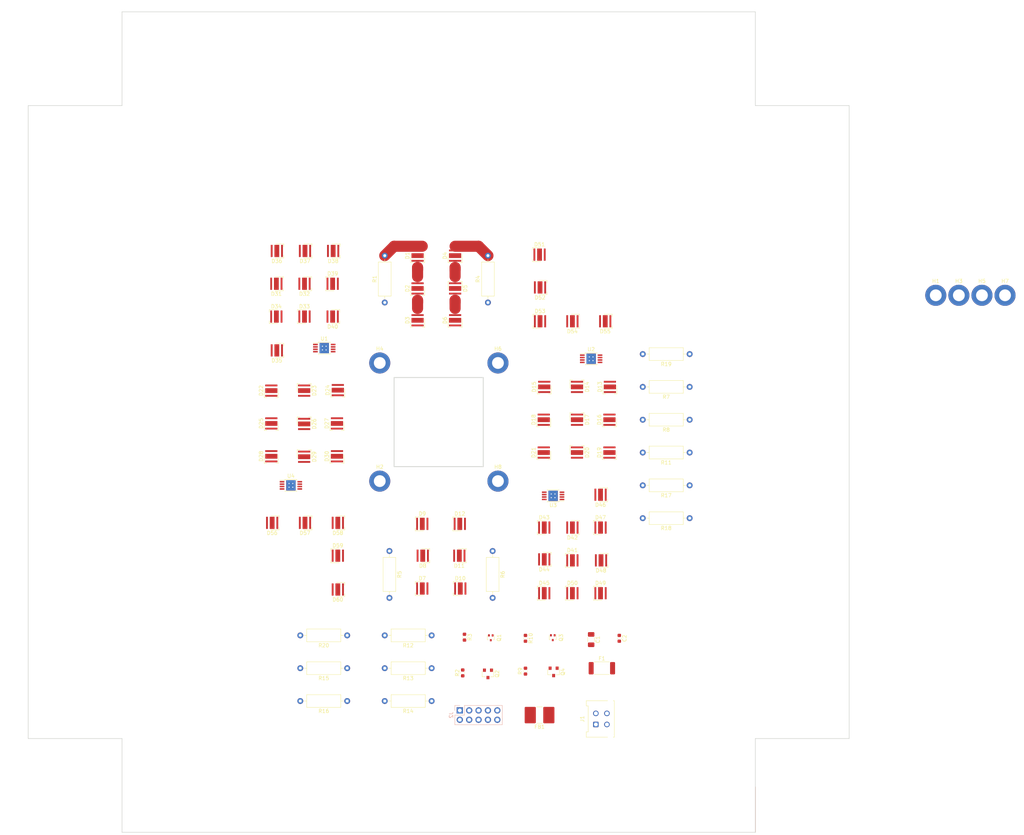
<source format=kicad_pcb>
(kicad_pcb (version 20171130) (host pcbnew "(5.0.2)-1")
  (layers (0 F.Cu signal) (31 B.Cu signal) (34 B.Paste user) (35 F.Paste user) (36 B.SilkS user) (37 F.SilkS user) (38 B.Mask user) (39 F.Mask user) (44 Edge.Cuts user))
  (net 0 "")
  (net 1 +12V)
  (net 2 GND)
  (net 3 "Net-(D1-Pad1)")
  (net 4 "Net-(D1-Pad2)")
  (net 5 "Net-(D2-Pad1)")
  (net 6 "Net-(D4-Pad2)")
  (net 7 "Net-(D4-Pad1)")
  (net 8 "Net-(D5-Pad1)")
  (net 9 "Net-(D7-Pad1)")
  (net 10 "Net-(D7-Pad2)")
  (net 11 "Net-(D8-Pad1)")
  (net 12 "Net-(D10-Pad2)")
  (net 13 "Net-(D10-Pad1)")
  (net 14 "Net-(D11-Pad1)")
  (net 15 "Net-(D13-Pad2)")
  (net 16 "Net-(D13-Pad1)")
  (net 17 "Net-(D14-Pad1)")
  (net 18 "Net-(D16-Pad2)")
  (net 19 "Net-(D16-Pad1)")
  (net 20 "Net-(D17-Pad1)")
  (net 21 "Net-(D19-Pad2)")
  (net 22 "Net-(D19-Pad1)")
  (net 23 "Net-(D20-Pad1)")
  (net 24 "Net-(D22-Pad1)")
  (net 25 "Net-(D22-Pad2)")
  (net 26 "Net-(D23-Pad1)")
  (net 27 "Net-(D25-Pad2)")
  (net 28 "Net-(D25-Pad1)")
  (net 29 "Net-(D26-Pad1)")
  (net 30 "Net-(D28-Pad1)")
  (net 31 "Net-(D28-Pad2)")
  (net 32 "Net-(D29-Pad1)")
  (net 33 "Net-(D31-Pad2)")
  (net 34 "Net-(D31-Pad1)")
  (net 35 "Net-(D32-Pad1)")
  (net 36 "Net-(D33-Pad1)")
  (net 37 "Net-(D34-Pad1)")
  (net 38 "Net-(D36-Pad1)")
  (net 39 "Net-(D36-Pad2)")
  (net 40 "Net-(D37-Pad1)")
  (net 41 "Net-(D38-Pad1)")
  (net 42 "Net-(D39-Pad1)")
  (net 43 "Net-(D41-Pad1)")
  (net 44 "Net-(D41-Pad2)")
  (net 45 "Net-(D42-Pad1)")
  (net 46 "Net-(D43-Pad1)")
  (net 47 "Net-(D44-Pad1)")
  (net 48 "Net-(D46-Pad1)")
  (net 49 "Net-(D46-Pad2)")
  (net 50 "Net-(D47-Pad1)")
  (net 51 "Net-(D48-Pad1)")
  (net 52 "Net-(D49-Pad1)")
  (net 53 "Net-(D51-Pad1)")
  (net 54 "Net-(D51-Pad2)")
  (net 55 "Net-(D52-Pad1)")
  (net 56 "Net-(D53-Pad1)")
  (net 57 "Net-(D54-Pad1)")
  (net 58 "Net-(D56-Pad1)")
  (net 59 "Net-(D56-Pad2)")
  (net 60 "Net-(D57-Pad1)")
  (net 61 "Net-(D58-Pad1)")
  (net 62 "Net-(D59-Pad1)")
  (net 63 "Net-(F1-Pad1)")
  (net 64 "Net-(F1-Pad2)")
  (net 65 +3V3)
  (net 66 "Net-(Q1-Pad1)")
  (net 67 "Net-(Q3-Pad1)")
  (net 68 "Net-(U1-Pad7)")
  (net 69 "Net-(U1-Pad3)")
  (net 70 "Net-(U1-Pad2)")
  (net 71 "Net-(U1-Pad6)")
  (net 72 "Net-(U1-Pad5)")
  (net 73 "Net-(U2-Pad7)")
  (net 74 "Net-(U2-Pad3)")
  (net 75 "Net-(U2-Pad2)")
  (net 76 "Net-(U2-Pad6)")
  (net 77 "Net-(U2-Pad5)")
  (net 78 "Net-(U3-Pad5)")
  (net 79 "Net-(U3-Pad6)")
  (net 80 "Net-(U3-Pad2)")
  (net 81 "Net-(U3-Pad3)")
  (net 82 "Net-(U3-Pad7)")
  (net 83 "Net-(U4-Pad5)")
  (net 84 "Net-(U4-Pad6)")
  (net 85 "Net-(U4-Pad2)")
  (net 86 "Net-(U4-Pad3)")
  (net 87 "Net-(U4-Pad7)")
  (net 88 1WIRE_LED)
  (net 89 IR_CTRL)
  (net 90 UV_CTRL)
  (net 91 LED_IR)
  (net 92 LED_UV)
  (module Capacitor_SMD:C_1206_3216Metric (layer F.Cu) (at 201.93 194.18 270)
    (fp_text reference C1 (at 0 -1.82 270) (layer F.SilkS))
    (fp_text value 10uF)
    (pad 1 smd roundrect (at -1.4 0 270) (size 1.25 1.75) (layers F.Cu F.Paste F.Mask) (roundrect_rratio 0.2) (net 1 +12V))
    (pad 2 smd roundrect (at 1.4 0 270) (size 1.25 1.75) (layers F.Cu F.Paste F.Mask) (roundrect_rratio 0.2) (net 2 GND))
  )
  (module Capacitor_SMD:C_0603_1608Metric (layer F.Cu) (at 209.55 193.8275 270)
    (fp_text reference C2 (at 0 -1.43 270) (layer F.SilkS))
    (fp_text value 100nF)
    (pad 1 smd roundrect (at -0.7875 0 270) (size 0.875 0.95) (layers F.Cu F.Paste F.Mask) (net 1 +12V))
    (pad 2 smd roundrect (at 0.7875 0 270) (size 0.875 0.95) (layers F.Cu F.Paste F.Mask) (net 2 GND))
  )
  (module LED_SMD:LED_Cree-XP (layer F.Cu) (at 154.94 90.17 90)
    (fp_text reference D1 (at 0 -2.75 90) (layer F.SilkS))
    (fp_text value LED)
    (pad 3 smd rect (at 0 0 90) (size 1.3 3.3) (layers F.Cu F.Mask))
    (pad 1 smd rect (at -1.4 0 90) (size 0.5 3.3) (layers F.Cu F.Paste F.Mask) (net 3 "Net-(D1-Pad1)"))
    (pad 2 smd rect (at 1.4 0 90) (size 0.5 3.3) (layers F.Cu F.Paste F.Mask) (net 4 "Net-(D1-Pad2)"))
  )
  (module LED_SMD:LED_Cree-XP (layer F.Cu) (at 154.94 99.06 90)
    (fp_text reference D2 (at 0 -2.75 90) (layer F.SilkS))
    (fp_text value LED)
    (pad 2 smd rect (at 1.4 0 90) (size 0.5 3.3) (layers F.Cu F.Paste F.Mask) (net 3 "Net-(D1-Pad1)"))
    (pad 1 smd rect (at -1.4 0 90) (size 0.5 3.3) (layers F.Cu F.Paste F.Mask) (net 5 "Net-(D2-Pad1)"))
    (pad 3 smd rect (at 0 0 90) (size 1.3 3.3) (layers F.Cu F.Mask))
  )
  (module LED_SMD:LED_Cree-XP (layer F.Cu) (at 154.94 107.68 90)
    (fp_text reference D3 (at 0 -2.75 90) (layer F.SilkS))
    (fp_text value LED)
    (pad 3 smd rect (at 0 0 90) (size 1.3 3.3) (layers F.Cu F.Mask))
    (pad 1 smd rect (at -1.4 0 90) (size 0.5 3.3) (layers F.Cu F.Paste F.Mask) (net 2 GND))
    (pad 2 smd rect (at 1.4 0 90) (size 0.5 3.3) (layers F.Cu F.Paste F.Mask) (net 5 "Net-(D2-Pad1)"))
  )
  (module LED_SMD:LED_Cree-XP (layer F.Cu) (at 165.1 90.17 90)
    (fp_text reference D4 (at 0 -2.75 90) (layer F.SilkS))
    (fp_text value LED)
    (pad 2 smd rect (at 1.4 0 90) (size 0.5 3.3) (layers F.Cu F.Paste F.Mask) (net 6 "Net-(D4-Pad2)"))
    (pad 1 smd rect (at -1.4 0 90) (size 0.5 3.3) (layers F.Cu F.Paste F.Mask) (net 7 "Net-(D4-Pad1)"))
    (pad 3 smd rect (at 0 0 90) (size 1.3 3.3) (layers F.Cu F.Mask))
  )
  (module LED_SMD:LED_Cree-XP (layer F.Cu) (at 165.1 99.06 270)
    (fp_text reference D5 (at 0 -2.75 270) (layer F.SilkS))
    (fp_text value LED)
    (pad 3 smd rect (at 0 0 270) (size 1.3 3.3) (layers F.Cu F.Mask))
    (pad 1 smd rect (at -1.4 0 270) (size 0.5 3.3) (layers F.Cu F.Paste F.Mask) (net 8 "Net-(D5-Pad1)"))
    (pad 2 smd rect (at 1.4 0 270) (size 0.5 3.3) (layers F.Cu F.Paste F.Mask) (net 7 "Net-(D4-Pad1)"))
  )
  (module LED_SMD:LED_Cree-XP (layer F.Cu) (at 165.1 107.68 90)
    (fp_text reference D6 (at 0 -2.75 90) (layer F.SilkS))
    (fp_text value LED)
    (pad 2 smd rect (at 1.4 0 90) (size 0.5 3.3) (layers F.Cu F.Paste F.Mask) (net 8 "Net-(D5-Pad1)"))
    (pad 1 smd rect (at -1.4 0 90) (size 0.5 3.3) (layers F.Cu F.Paste F.Mask) (net 2 GND))
    (pad 3 smd rect (at 0 0 90) (size 1.3 3.3) (layers F.Cu F.Mask))
  )
  (module LED_SMD:LED_Cree-XP (layer F.Cu) (at 156.21 180.34)
    (fp_text reference D7 (at 0 -2.75) (layer F.SilkS))
    (fp_text value LED)
    (pad 3 smd rect (at 0 0) (size 1.3 3.3) (layers F.Cu F.Mask))
    (pad 1 smd rect (at -1.4 0) (size 0.5 3.3) (layers F.Cu F.Paste F.Mask) (net 9 "Net-(D7-Pad1)"))
    (pad 2 smd rect (at 1.4 0) (size 0.5 3.3) (layers F.Cu F.Paste F.Mask) (net 10 "Net-(D7-Pad2)"))
  )
  (module LED_SMD:LED_Cree-XP (layer F.Cu) (at 156.34 171.45 180)
    (fp_text reference D8 (at 0 -2.75 180) (layer F.SilkS))
    (fp_text value LED)
    (pad 2 smd rect (at 1.4 0 180) (size 0.5 3.3) (layers F.Cu F.Paste F.Mask) (net 9 "Net-(D7-Pad1)"))
    (pad 1 smd rect (at -1.4 0 180) (size 0.5 3.3) (layers F.Cu F.Paste F.Mask) (net 11 "Net-(D8-Pad1)"))
    (pad 3 smd rect (at 0 0 180) (size 1.3 3.3) (layers F.Cu F.Mask))
  )
  (module LED_SMD:LED_Cree-XP (layer F.Cu) (at 156.21 162.83)
    (fp_text reference D9 (at 0 -2.75) (layer F.SilkS))
    (fp_text value LED)
    (pad 3 smd rect (at 0 0) (size 1.3 3.3) (layers F.Cu F.Mask))
    (pad 1 smd rect (at -1.4 0) (size 0.5 3.3) (layers F.Cu F.Paste F.Mask) (net 2 GND))
    (pad 2 smd rect (at 1.4 0) (size 0.5 3.3) (layers F.Cu F.Paste F.Mask) (net 11 "Net-(D8-Pad1)"))
  )
  (module LED_SMD:LED_Cree-XP (layer F.Cu) (at 166.5 180.34)
    (fp_text reference D10 (at 0 -2.75) (layer F.SilkS))
    (fp_text value LED)
    (pad 2 smd rect (at 1.4 0) (size 0.5 3.3) (layers F.Cu F.Paste F.Mask) (net 12 "Net-(D10-Pad2)"))
    (pad 1 smd rect (at -1.4 0) (size 0.5 3.3) (layers F.Cu F.Paste F.Mask) (net 13 "Net-(D10-Pad1)"))
    (pad 3 smd rect (at 0 0) (size 1.3 3.3) (layers F.Cu F.Mask))
  )
  (module LED_SMD:LED_Cree-XP (layer F.Cu) (at 166.24 171.45 180)
    (fp_text reference D11 (at 0 -2.75 180) (layer F.SilkS))
    (fp_text value LED)
    (pad 3 smd rect (at 0 0 180) (size 1.3 3.3) (layers F.Cu F.Mask))
    (pad 1 smd rect (at -1.4 0 180) (size 0.5 3.3) (layers F.Cu F.Paste F.Mask) (net 14 "Net-(D11-Pad1)"))
    (pad 2 smd rect (at 1.4 0 180) (size 0.5 3.3) (layers F.Cu F.Paste F.Mask) (net 13 "Net-(D10-Pad1)"))
  )
  (module LED_SMD:LED_Cree-XP (layer F.Cu) (at 166.37 162.83)
    (fp_text reference D12 (at 0 -2.75) (layer F.SilkS))
    (fp_text value LED)
    (pad 2 smd rect (at 1.4 0) (size 0.5 3.3) (layers F.Cu F.Paste F.Mask) (net 14 "Net-(D11-Pad1)"))
    (pad 1 smd rect (at -1.4 0) (size 0.5 3.3) (layers F.Cu F.Paste F.Mask) (net 2 GND))
    (pad 3 smd rect (at 0 0) (size 1.3 3.3) (layers F.Cu F.Mask))
  )
  (module LED_SMD:LED_Cree-XP (layer F.Cu) (at 207.01 125.73 90)
    (fp_text reference D13 (at 0 -2.75 90) (layer F.SilkS))
    (fp_text value LED)
    (pad 2 smd rect (at 1.4 0 90) (size 0.5 3.3) (layers F.Cu F.Paste F.Mask) (net 15 "Net-(D13-Pad2)"))
    (pad 1 smd rect (at -1.4 0 90) (size 0.5 3.3) (layers F.Cu F.Paste F.Mask) (net 16 "Net-(D13-Pad1)"))
    (pad 3 smd rect (at 0 0 90) (size 1.3 3.3) (layers F.Cu F.Mask))
  )
  (module LED_SMD:LED_Cree-XP (layer F.Cu) (at 198.1 125.73 270)
    (fp_text reference D14 (at 0 -2.75 270) (layer F.SilkS))
    (fp_text value LED)
    (pad 3 smd rect (at 0 0 270) (size 1.3 3.3) (layers F.Cu F.Mask))
    (pad 1 smd rect (at -1.4 0 270) (size 0.5 3.3) (layers F.Cu F.Paste F.Mask) (net 17 "Net-(D14-Pad1)"))
    (pad 2 smd rect (at 1.4 0 270) (size 0.5 3.3) (layers F.Cu F.Paste F.Mask) (net 16 "Net-(D13-Pad1)"))
  )
  (module LED_SMD:LED_Cree-XP (layer F.Cu) (at 189.23 125.73 90)
    (fp_text reference D15 (at 0 -2.75 90) (layer F.SilkS))
    (fp_text value LED)
    (pad 2 smd rect (at 1.4 0 90) (size 0.5 3.3) (layers F.Cu F.Paste F.Mask) (net 17 "Net-(D14-Pad1)"))
    (pad 1 smd rect (at -1.4 0 90) (size 0.5 3.3) (layers F.Cu F.Paste F.Mask) (net 2 GND))
    (pad 3 smd rect (at 0 0 90) (size 1.3 3.3) (layers F.Cu F.Mask))
  )
  (module LED_SMD:LED_Cree-XP (layer F.Cu) (at 206.88 134.62 90)
    (fp_text reference D16 (at 0 -2.75 90) (layer F.SilkS))
    (fp_text value LED)
    (pad 2 smd rect (at 1.4 0 90) (size 0.5 3.3) (layers F.Cu F.Paste F.Mask) (net 18 "Net-(D16-Pad2)"))
    (pad 1 smd rect (at -1.4 0 90) (size 0.5 3.3) (layers F.Cu F.Paste F.Mask) (net 19 "Net-(D16-Pad1)"))
    (pad 3 smd rect (at 0 0 90) (size 1.3 3.3) (layers F.Cu F.Mask))
  )
  (module LED_SMD:LED_Cree-XP (layer F.Cu) (at 198.1 134.62 270)
    (fp_text reference D17 (at 0 -2.75 270) (layer F.SilkS))
    (fp_text value LED)
    (pad 3 smd rect (at 0 0 270) (size 1.3 3.3) (layers F.Cu F.Mask))
    (pad 1 smd rect (at -1.4 0 270) (size 0.5 3.3) (layers F.Cu F.Paste F.Mask) (net 20 "Net-(D17-Pad1)"))
    (pad 2 smd rect (at 1.4 0 270) (size 0.5 3.3) (layers F.Cu F.Paste F.Mask) (net 19 "Net-(D16-Pad1)"))
  )
  (module LED_SMD:LED_Cree-XP (layer F.Cu) (at 189.1 134.62 90)
    (fp_text reference D18 (at 0 -2.75 90) (layer F.SilkS))
    (fp_text value LED)
    (pad 2 smd rect (at 1.4 0 90) (size 0.5 3.3) (layers F.Cu F.Paste F.Mask) (net 20 "Net-(D17-Pad1)"))
    (pad 1 smd rect (at -1.4 0 90) (size 0.5 3.3) (layers F.Cu F.Paste F.Mask) (net 2 GND))
    (pad 3 smd rect (at 0 0 90) (size 1.3 3.3) (layers F.Cu F.Mask))
  )
  (module LED_SMD:LED_Cree-XP (layer F.Cu) (at 206.88 143.51 90)
    (fp_text reference D19 (at 0 -2.75 90) (layer F.SilkS))
    (fp_text value LED)
    (pad 2 smd rect (at 1.4 0 90) (size 0.5 3.3) (layers F.Cu F.Paste F.Mask) (net 21 "Net-(D19-Pad2)"))
    (pad 1 smd rect (at -1.4 0 90) (size 0.5 3.3) (layers F.Cu F.Paste F.Mask) (net 22 "Net-(D19-Pad1)"))
    (pad 3 smd rect (at 0 0 90) (size 1.3 3.3) (layers F.Cu F.Mask))
  )
  (module LED_SMD:LED_Cree-XP (layer F.Cu) (at 198.1 143.51 270)
    (fp_text reference D20 (at 0 -2.75 270) (layer F.SilkS))
    (fp_text value LED)
    (pad 3 smd rect (at 0 0 270) (size 1.3 3.3) (layers F.Cu F.Mask))
    (pad 1 smd rect (at -1.4 0 270) (size 0.5 3.3) (layers F.Cu F.Paste F.Mask) (net 23 "Net-(D20-Pad1)"))
    (pad 2 smd rect (at 1.4 0 270) (size 0.5 3.3) (layers F.Cu F.Paste F.Mask) (net 22 "Net-(D19-Pad1)"))
  )
  (module LED_SMD:LED_Cree-XP (layer F.Cu) (at 189.1 143.51 90)
    (fp_text reference D21 (at 0 -2.75 90) (layer F.SilkS))
    (fp_text value LED)
    (pad 2 smd rect (at 1.4 0 90) (size 0.5 3.3) (layers F.Cu F.Paste F.Mask) (net 23 "Net-(D20-Pad1)"))
    (pad 1 smd rect (at -1.4 0 90) (size 0.5 3.3) (layers F.Cu F.Paste F.Mask) (net 2 GND))
    (pad 3 smd rect (at 0 0 90) (size 1.3 3.3) (layers F.Cu F.Mask))
  )
  (module LED_SMD:LED_Cree-XP (layer F.Cu) (at 115.342315 126.735905 90)
    (fp_text reference D22 (at 0 -2.75 90) (layer F.SilkS))
    (fp_text value LED)
    (pad 3 smd rect (at 0 0 90) (size 1.3 3.3) (layers F.Cu F.Mask))
    (pad 1 smd rect (at -1.4 0 90) (size 0.5 3.3) (layers F.Cu F.Paste F.Mask) (net 24 "Net-(D22-Pad1)"))
    (pad 2 smd rect (at 1.4 0 90) (size 0.5 3.3) (layers F.Cu F.Paste F.Mask) (net 25 "Net-(D22-Pad2)"))
  )
  (module LED_SMD:LED_Cree-XP (layer F.Cu) (at 124.232315 126.735905 270)
    (fp_text reference D23 (at 0 -2.75 270) (layer F.SilkS))
    (fp_text value LED)
    (pad 2 smd rect (at 1.4 0 270) (size 0.5 3.3) (layers F.Cu F.Paste F.Mask) (net 24 "Net-(D22-Pad1)"))
    (pad 1 smd rect (at -1.4 0 270) (size 0.5 3.3) (layers F.Cu F.Paste F.Mask) (net 26 "Net-(D23-Pad1)"))
    (pad 3 smd rect (at 0 0 270) (size 1.3 3.3) (layers F.Cu F.Mask))
  )
  (module LED_SMD:LED_Cree-XP (layer F.Cu) (at 133.35 126.605905 90)
    (fp_text reference D24 (at 0 -2.75 90) (layer F.SilkS))
    (fp_text value LED)
    (pad 3 smd rect (at 0 0 90) (size 1.3 3.3) (layers F.Cu F.Mask))
    (pad 1 smd rect (at -1.4 0 90) (size 0.5 3.3) (layers F.Cu F.Paste F.Mask) (net 2 GND))
    (pad 2 smd rect (at 1.4 0 90) (size 0.5 3.3) (layers F.Cu F.Paste F.Mask) (net 26 "Net-(D23-Pad1)"))
  )
  (module LED_SMD:LED_Cree-XP (layer F.Cu) (at 115.342315 135.625905 90)
    (fp_text reference D25 (at 0 -2.75 90) (layer F.SilkS))
    (fp_text value LED)
    (pad 2 smd rect (at 1.4 0 90) (size 0.5 3.3) (layers F.Cu F.Paste F.Mask) (net 27 "Net-(D25-Pad2)"))
    (pad 1 smd rect (at -1.4 0 90) (size 0.5 3.3) (layers F.Cu F.Paste F.Mask) (net 28 "Net-(D25-Pad1)"))
    (pad 3 smd rect (at 0 0 90) (size 1.3 3.3) (layers F.Cu F.Mask))
  )
  (module LED_SMD:LED_Cree-XP (layer F.Cu) (at 124.232315 135.76 270)
    (fp_text reference D26 (at 0 -2.75 270) (layer F.SilkS))
    (fp_text value LED)
    (pad 3 smd rect (at 0 0 270) (size 1.3 3.3) (layers F.Cu F.Mask))
    (pad 1 smd rect (at -1.4 0 270) (size 0.5 3.3) (layers F.Cu F.Paste F.Mask) (net 29 "Net-(D26-Pad1)"))
    (pad 2 smd rect (at 1.4 0 270) (size 0.5 3.3) (layers F.Cu F.Paste F.Mask) (net 28 "Net-(D25-Pad1)"))
  )
  (module LED_SMD:LED_Cree-XP (layer F.Cu) (at 133.122315 135.625905 90)
    (fp_text reference D27 (at 0 -2.75 90) (layer F.SilkS))
    (fp_text value LED)
    (pad 2 smd rect (at 1.4 0 90) (size 0.5 3.3) (layers F.Cu F.Paste F.Mask) (net 29 "Net-(D26-Pad1)"))
    (pad 1 smd rect (at -1.4 0 90) (size 0.5 3.3) (layers F.Cu F.Paste F.Mask) (net 2 GND))
    (pad 3 smd rect (at 0 0 90) (size 1.3 3.3) (layers F.Cu F.Mask))
  )
  (module LED_SMD:LED_Cree-XP (layer F.Cu) (at 115.342315 144.515905 90)
    (fp_text reference D28 (at 0 -2.75 90) (layer F.SilkS))
    (fp_text value LED)
    (pad 3 smd rect (at 0 0 90) (size 1.3 3.3) (layers F.Cu F.Mask))
    (pad 1 smd rect (at -1.4 0 90) (size 0.5 3.3) (layers F.Cu F.Paste F.Mask) (net 30 "Net-(D28-Pad1)"))
    (pad 2 smd rect (at 1.4 0 90) (size 0.5 3.3) (layers F.Cu F.Paste F.Mask) (net 31 "Net-(D28-Pad2)"))
  )
  (module LED_SMD:LED_Cree-XP (layer F.Cu) (at 124.232315 144.65 270)
    (fp_text reference D29 (at 0 -2.75 270) (layer F.SilkS))
    (fp_text value LED)
    (pad 2 smd rect (at 1.4 0 270) (size 0.5 3.3) (layers F.Cu F.Paste F.Mask) (net 30 "Net-(D28-Pad1)"))
    (pad 1 smd rect (at -1.4 0 270) (size 0.5 3.3) (layers F.Cu F.Paste F.Mask) (net 32 "Net-(D29-Pad1)"))
    (pad 3 smd rect (at 0 0 270) (size 1.3 3.3) (layers F.Cu F.Mask))
  )
  (module LED_SMD:LED_Cree-XP (layer F.Cu) (at 133.122315 144.515905 90)
    (fp_text reference D30 (at 0 -2.75 90) (layer F.SilkS))
    (fp_text value LED)
    (pad 3 smd rect (at 0 0 90) (size 1.3 3.3) (layers F.Cu F.Mask))
    (pad 1 smd rect (at -1.4 0 90) (size 0.5 3.3) (layers F.Cu F.Paste F.Mask) (net 2 GND))
    (pad 2 smd rect (at 1.4 0 90) (size 0.5 3.3) (layers F.Cu F.Paste F.Mask) (net 32 "Net-(D29-Pad1)"))
  )
  (module LED_SMD:LED_Cree-XP (layer F.Cu) (at 116.71 97.79 180)
    (fp_text reference D31 (at 0 -2.75 180) (layer F.SilkS))
    (fp_text value LED)
    (pad 2 smd rect (at 1.4 0 180) (size 0.5 3.3) (layers F.Cu F.Paste F.Mask) (net 33 "Net-(D31-Pad2)"))
    (pad 1 smd rect (at -1.4 0 180) (size 0.5 3.3) (layers F.Cu F.Paste F.Mask) (net 34 "Net-(D31-Pad1)"))
    (pad 3 smd rect (at 0 0 180) (size 1.3 3.3) (layers F.Cu F.Mask))
  )
  (module LED_SMD:LED_Cree-XP (layer F.Cu) (at 124.33 97.79 180)
    (fp_text reference D32 (at 0 -2.75 180) (layer F.SilkS))
    (fp_text value LED)
    (pad 3 smd rect (at 0 0 180) (size 1.3 3.3) (layers F.Cu F.Mask))
    (pad 1 smd rect (at -1.4 0 180) (size 0.5 3.3) (layers F.Cu F.Paste F.Mask) (net 35 "Net-(D32-Pad1)"))
    (pad 2 smd rect (at 1.4 0 180) (size 0.5 3.3) (layers F.Cu F.Paste F.Mask) (net 34 "Net-(D31-Pad1)"))
  )
  (module LED_SMD:LED_Cree-XP (layer F.Cu) (at 124.33 106.68)
    (fp_text reference D33 (at 0 -2.75) (layer F.SilkS))
    (fp_text value LED)
    (pad 2 smd rect (at 1.4 0) (size 0.5 3.3) (layers F.Cu F.Paste F.Mask) (net 35 "Net-(D32-Pad1)"))
    (pad 1 smd rect (at -1.4 0) (size 0.5 3.3) (layers F.Cu F.Paste F.Mask) (net 36 "Net-(D33-Pad1)"))
    (pad 3 smd rect (at 0 0) (size 1.3 3.3) (layers F.Cu F.Mask))
  )
  (module LED_SMD:LED_Cree-XP (layer F.Cu) (at 116.71 106.68)
    (fp_text reference D34 (at 0 -2.75) (layer F.SilkS))
    (fp_text value LED)
    (pad 3 smd rect (at 0 0) (size 1.3 3.3) (layers F.Cu F.Mask))
    (pad 1 smd rect (at -1.4 0) (size 0.5 3.3) (layers F.Cu F.Paste F.Mask) (net 37 "Net-(D34-Pad1)"))
    (pad 2 smd rect (at 1.4 0) (size 0.5 3.3) (layers F.Cu F.Paste F.Mask) (net 36 "Net-(D33-Pad1)"))
  )
  (module LED_SMD:LED_Cree-XP (layer F.Cu) (at 116.84 115.84 180)
    (fp_text reference D35 (at 0 -2.75 180) (layer F.SilkS))
    (fp_text value LED)
    (pad 3 smd rect (at 0 0 180) (size 1.3 3.3) (layers F.Cu F.Mask))
    (pad 1 smd rect (at -1.4 0 180) (size 0.5 3.3) (layers F.Cu F.Paste F.Mask) (net 2 GND))
    (pad 2 smd rect (at 1.4 0 180) (size 0.5 3.3) (layers F.Cu F.Paste F.Mask) (net 37 "Net-(D34-Pad1)"))
  )
  (module LED_SMD:LED_Cree-XP (layer F.Cu) (at 116.84 88.9 180)
    (fp_text reference D36 (at 0 -2.75 180) (layer F.SilkS))
    (fp_text value LED)
    (pad 3 smd rect (at 0 0 180) (size 1.3 3.3) (layers F.Cu F.Mask))
    (pad 1 smd rect (at -1.4 0 180) (size 0.5 3.3) (layers F.Cu F.Paste F.Mask) (net 38 "Net-(D36-Pad1)"))
    (pad 2 smd rect (at 1.4 0 180) (size 0.5 3.3) (layers F.Cu F.Paste F.Mask) (net 39 "Net-(D36-Pad2)"))
  )
  (module LED_SMD:LED_Cree-XP (layer F.Cu) (at 124.46 88.9 180)
    (fp_text reference D37 (at 0 -2.75 180) (layer F.SilkS))
    (fp_text value LED)
    (pad 2 smd rect (at 1.4 0 180) (size 0.5 3.3) (layers F.Cu F.Paste F.Mask) (net 38 "Net-(D36-Pad1)"))
    (pad 1 smd rect (at -1.4 0 180) (size 0.5 3.3) (layers F.Cu F.Paste F.Mask) (net 40 "Net-(D37-Pad1)"))
    (pad 3 smd rect (at 0 0 180) (size 1.3 3.3) (layers F.Cu F.Mask))
  )
  (module LED_SMD:LED_Cree-XP (layer F.Cu) (at 132.08 88.9 180)
    (fp_text reference D38 (at 0 -2.75 180) (layer F.SilkS))
    (fp_text value LED)
    (pad 3 smd rect (at 0 0 180) (size 1.3 3.3) (layers F.Cu F.Mask))
    (pad 1 smd rect (at -1.4 0 180) (size 0.5 3.3) (layers F.Cu F.Paste F.Mask) (net 41 "Net-(D38-Pad1)"))
    (pad 2 smd rect (at 1.4 0 180) (size 0.5 3.3) (layers F.Cu F.Paste F.Mask) (net 40 "Net-(D37-Pad1)"))
  )
  (module LED_SMD:LED_Cree-XP (layer F.Cu) (at 131.95 97.79)
    (fp_text reference D39 (at 0 -2.75) (layer F.SilkS))
    (fp_text value LED)
    (pad 2 smd rect (at 1.4 0) (size 0.5 3.3) (layers F.Cu F.Paste F.Mask) (net 41 "Net-(D38-Pad1)"))
    (pad 1 smd rect (at -1.4 0) (size 0.5 3.3) (layers F.Cu F.Paste F.Mask) (net 42 "Net-(D39-Pad1)"))
    (pad 3 smd rect (at 0 0) (size 1.3 3.3) (layers F.Cu F.Mask))
  )
  (module LED_SMD:LED_Cree-XP (layer F.Cu) (at 131.95 106.68 180)
    (fp_text reference D40 (at 0 -2.75 180) (layer F.SilkS))
    (fp_text value LED)
    (pad 2 smd rect (at 1.4 0 180) (size 0.5 3.3) (layers F.Cu F.Paste F.Mask) (net 42 "Net-(D39-Pad1)"))
    (pad 1 smd rect (at -1.4 0 180) (size 0.5 3.3) (layers F.Cu F.Paste F.Mask) (net 2 GND))
    (pad 3 smd rect (at 0 0 180) (size 1.3 3.3) (layers F.Cu F.Mask))
  )
  (module LED_SMD:LED_Cree-XP (layer F.Cu) (at 196.85 172.72)
    (fp_text reference D41 (at 0 -2.75) (layer F.SilkS))
    (fp_text value LED)
    (pad 3 smd rect (at 0 0) (size 1.3 3.3) (layers F.Cu F.Mask))
    (pad 1 smd rect (at -1.4 0) (size 0.5 3.3) (layers F.Cu F.Paste F.Mask) (net 43 "Net-(D41-Pad1)"))
    (pad 2 smd rect (at 1.4 0) (size 0.5 3.3) (layers F.Cu F.Paste F.Mask) (net 44 "Net-(D41-Pad2)"))
  )
  (module LED_SMD:LED_Cree-XP (layer F.Cu) (at 196.85 163.83 180)
    (fp_text reference D42 (at 0 -2.75 180) (layer F.SilkS))
    (fp_text value LED)
    (pad 2 smd rect (at 1.4 0 180) (size 0.5 3.3) (layers F.Cu F.Paste F.Mask) (net 43 "Net-(D41-Pad1)"))
    (pad 1 smd rect (at -1.4 0 180) (size 0.5 3.3) (layers F.Cu F.Paste F.Mask) (net 45 "Net-(D42-Pad1)"))
    (pad 3 smd rect (at 0 0 180) (size 1.3 3.3) (layers F.Cu F.Mask))
  )
  (module LED_SMD:LED_Cree-XP (layer F.Cu) (at 189.23 163.83)
    (fp_text reference D43 (at 0 -2.75) (layer F.SilkS))
    (fp_text value LED)
    (pad 3 smd rect (at 0 0) (size 1.3 3.3) (layers F.Cu F.Mask))
    (pad 1 smd rect (at -1.4 0) (size 0.5 3.3) (layers F.Cu F.Paste F.Mask) (net 46 "Net-(D43-Pad1)"))
    (pad 2 smd rect (at 1.4 0) (size 0.5 3.3) (layers F.Cu F.Paste F.Mask) (net 45 "Net-(D42-Pad1)"))
  )
  (module LED_SMD:LED_Cree-XP (layer F.Cu) (at 189.23 172.45 180)
    (fp_text reference D44 (at 0 -2.75 180) (layer F.SilkS))
    (fp_text value LED)
    (pad 2 smd rect (at 1.4 0 180) (size 0.5 3.3) (layers F.Cu F.Paste F.Mask) (net 46 "Net-(D43-Pad1)"))
    (pad 1 smd rect (at -1.4 0 180) (size 0.5 3.3) (layers F.Cu F.Paste F.Mask) (net 47 "Net-(D44-Pad1)"))
    (pad 3 smd rect (at 0 0 180) (size 1.3 3.3) (layers F.Cu F.Mask))
  )
  (module LED_SMD:LED_Cree-XP (layer F.Cu) (at 189.23 181.61)
    (fp_text reference D45 (at 0 -2.75) (layer F.SilkS))
    (fp_text value LED)
    (pad 3 smd rect (at 0 0) (size 1.3 3.3) (layers F.Cu F.Mask))
    (pad 1 smd rect (at -1.4 0) (size 0.5 3.3) (layers F.Cu F.Paste F.Mask) (net 2 GND))
    (pad 2 smd rect (at 1.4 0) (size 0.5 3.3) (layers F.Cu F.Paste F.Mask) (net 47 "Net-(D44-Pad1)"))
  )
  (module LED_SMD:LED_Cree-XP (layer F.Cu) (at 204.47 154.94 180)
    (fp_text reference D46 (at 0 -2.75 180) (layer F.SilkS))
    (fp_text value LED)
    (pad 3 smd rect (at 0 0 180) (size 1.3 3.3) (layers F.Cu F.Mask))
    (pad 1 smd rect (at -1.4 0 180) (size 0.5 3.3) (layers F.Cu F.Paste F.Mask) (net 48 "Net-(D46-Pad1)"))
    (pad 2 smd rect (at 1.4 0 180) (size 0.5 3.3) (layers F.Cu F.Paste F.Mask) (net 49 "Net-(D46-Pad2)"))
  )
  (module LED_SMD:LED_Cree-XP (layer F.Cu) (at 204.47 163.83)
    (fp_text reference D47 (at 0 -2.75) (layer F.SilkS))
    (fp_text value LED)
    (pad 3 smd rect (at 0 0) (size 1.3 3.3) (layers F.Cu F.Mask))
    (pad 1 smd rect (at -1.4 0) (size 0.5 3.3) (layers F.Cu F.Paste F.Mask) (net 50 "Net-(D47-Pad1)"))
    (pad 2 smd rect (at 1.4 0) (size 0.5 3.3) (layers F.Cu F.Paste F.Mask) (net 48 "Net-(D46-Pad1)"))
  )
  (module LED_SMD:LED_Cree-XP (layer F.Cu) (at 204.6 172.72 180)
    (fp_text reference D48 (at 0 -2.75 180) (layer F.SilkS))
    (fp_text value LED)
    (pad 2 smd rect (at 1.4 0 180) (size 0.5 3.3) (layers F.Cu F.Paste F.Mask) (net 50 "Net-(D47-Pad1)"))
    (pad 1 smd rect (at -1.4 0 180) (size 0.5 3.3) (layers F.Cu F.Paste F.Mask) (net 51 "Net-(D48-Pad1)"))
    (pad 3 smd rect (at 0 0 180) (size 1.3 3.3) (layers F.Cu F.Mask))
  )
  (module LED_SMD:LED_Cree-XP (layer F.Cu) (at 204.47 181.61)
    (fp_text reference D49 (at 0 -2.75) (layer F.SilkS))
    (fp_text value LED)
    (pad 3 smd rect (at 0 0) (size 1.3 3.3) (layers F.Cu F.Mask))
    (pad 1 smd rect (at -1.4 0) (size 0.5 3.3) (layers F.Cu F.Paste F.Mask) (net 52 "Net-(D49-Pad1)"))
    (pad 2 smd rect (at 1.4 0) (size 0.5 3.3) (layers F.Cu F.Paste F.Mask) (net 51 "Net-(D48-Pad1)"))
  )
  (module LED_SMD:LED_Cree-XP (layer F.Cu) (at 196.85 181.61)
    (fp_text reference D50 (at 0 -2.75) (layer F.SilkS))
    (fp_text value LED)
    (pad 2 smd rect (at 1.4 0) (size 0.5 3.3) (layers F.Cu F.Paste F.Mask) (net 52 "Net-(D49-Pad1)"))
    (pad 1 smd rect (at -1.4 0) (size 0.5 3.3) (layers F.Cu F.Paste F.Mask) (net 2 GND))
    (pad 3 smd rect (at 0 0) (size 1.3 3.3) (layers F.Cu F.Mask))
  )
  (module LED_SMD:LED_Cree-XP (layer F.Cu) (at 187.96 89.9)
    (fp_text reference D51 (at 0 -2.75) (layer F.SilkS))
    (fp_text value LED)
    (pad 3 smd rect (at 0 0) (size 1.3 3.3) (layers F.Cu F.Mask))
    (pad 1 smd rect (at -1.4 0) (size 0.5 3.3) (layers F.Cu F.Paste F.Mask) (net 53 "Net-(D51-Pad1)"))
    (pad 2 smd rect (at 1.4 0) (size 0.5 3.3) (layers F.Cu F.Paste F.Mask) (net 54 "Net-(D51-Pad2)"))
  )
  (module LED_SMD:LED_Cree-XP (layer F.Cu) (at 188.09 98.79 180)
    (fp_text reference D52 (at 0 -2.75 180) (layer F.SilkS))
    (fp_text value LED)
    (pad 2 smd rect (at 1.4 0 180) (size 0.5 3.3) (layers F.Cu F.Paste F.Mask) (net 53 "Net-(D51-Pad1)"))
    (pad 1 smd rect (at -1.4 0 180) (size 0.5 3.3) (layers F.Cu F.Paste F.Mask) (net 55 "Net-(D52-Pad1)"))
    (pad 3 smd rect (at 0 0 180) (size 1.3 3.3) (layers F.Cu F.Mask))
  )
  (module LED_SMD:LED_Cree-XP (layer F.Cu) (at 188.09 107.95)
    (fp_text reference D53 (at 0 -2.75) (layer F.SilkS))
    (fp_text value LED)
    (pad 3 smd rect (at 0 0) (size 1.3 3.3) (layers F.Cu F.Mask))
    (pad 1 smd rect (at -1.4 0) (size 0.5 3.3) (layers F.Cu F.Paste F.Mask) (net 56 "Net-(D53-Pad1)"))
    (pad 2 smd rect (at 1.4 0) (size 0.5 3.3) (layers F.Cu F.Paste F.Mask) (net 55 "Net-(D52-Pad1)"))
  )
  (module LED_SMD:LED_Cree-XP (layer F.Cu) (at 196.85 107.95 180)
    (fp_text reference D54 (at 0 -2.75 180) (layer F.SilkS))
    (fp_text value LED)
    (pad 2 smd rect (at 1.4 0 180) (size 0.5 3.3) (layers F.Cu F.Paste F.Mask) (net 56 "Net-(D53-Pad1)"))
    (pad 1 smd rect (at -1.4 0 180) (size 0.5 3.3) (layers F.Cu F.Paste F.Mask) (net 57 "Net-(D54-Pad1)"))
    (pad 3 smd rect (at 0 0 180) (size 1.3 3.3) (layers F.Cu F.Mask))
  )
  (module LED_SMD:LED_Cree-XP (layer F.Cu) (at 205.74 107.95 180)
    (fp_text reference D55 (at 0 -2.75 180) (layer F.SilkS))
    (fp_text value LED)
    (pad 3 smd rect (at 0 0 180) (size 1.3 3.3) (layers F.Cu F.Mask))
    (pad 1 smd rect (at -1.4 0 180) (size 0.5 3.3) (layers F.Cu F.Paste F.Mask) (net 2 GND))
    (pad 2 smd rect (at 1.4 0 180) (size 0.5 3.3) (layers F.Cu F.Paste F.Mask) (net 57 "Net-(D54-Pad1)"))
  )
  (module LED_SMD:LED_Cree-XP (layer F.Cu) (at 115.57 162.56 180)
    (fp_text reference D56 (at 0 -2.75 180) (layer F.SilkS))
    (fp_text value LED)
    (pad 3 smd rect (at 0 0 180) (size 1.3 3.3) (layers F.Cu F.Mask))
    (pad 1 smd rect (at -1.4 0 180) (size 0.5 3.3) (layers F.Cu F.Paste F.Mask) (net 58 "Net-(D56-Pad1)"))
    (pad 2 smd rect (at 1.4 0 180) (size 0.5 3.3) (layers F.Cu F.Paste F.Mask) (net 59 "Net-(D56-Pad2)"))
  )
  (module LED_SMD:LED_Cree-XP (layer F.Cu) (at 124.46 162.56 180)
    (fp_text reference D57 (at 0 -2.75 180) (layer F.SilkS))
    (fp_text value LED)
    (pad 2 smd rect (at 1.4 0 180) (size 0.5 3.3) (layers F.Cu F.Paste F.Mask) (net 58 "Net-(D56-Pad1)"))
    (pad 1 smd rect (at -1.4 0 180) (size 0.5 3.3) (layers F.Cu F.Paste F.Mask) (net 60 "Net-(D57-Pad1)"))
    (pad 3 smd rect (at 0 0 180) (size 1.3 3.3) (layers F.Cu F.Mask))
  )
  (module LED_SMD:LED_Cree-XP (layer F.Cu) (at 133.35 162.56 180)
    (fp_text reference D58 (at 0 -2.75 180) (layer F.SilkS))
    (fp_text value LED)
    (pad 3 smd rect (at 0 0 180) (size 1.3 3.3) (layers F.Cu F.Mask))
    (pad 1 smd rect (at -1.4 0 180) (size 0.5 3.3) (layers F.Cu F.Paste F.Mask) (net 61 "Net-(D58-Pad1)"))
    (pad 2 smd rect (at 1.4 0 180) (size 0.5 3.3) (layers F.Cu F.Paste F.Mask) (net 60 "Net-(D57-Pad1)"))
  )
  (module LED_SMD:LED_Cree-XP (layer F.Cu) (at 133.35 171.45)
    (fp_text reference D59 (at 0 -2.75) (layer F.SilkS))
    (fp_text value LED)
    (pad 2 smd rect (at 1.4 0) (size 0.5 3.3) (layers F.Cu F.Paste F.Mask) (net 61 "Net-(D58-Pad1)"))
    (pad 1 smd rect (at -1.4 0) (size 0.5 3.3) (layers F.Cu F.Paste F.Mask) (net 62 "Net-(D59-Pad1)"))
    (pad 3 smd rect (at 0 0) (size 1.3 3.3) (layers F.Cu F.Mask))
  )
  (module LED_SMD:LED_Cree-XP (layer F.Cu) (at 133.35 180.61 180)
    (fp_text reference D60 (at 0 -2.75 180) (layer F.SilkS))
    (fp_text value LED)
    (pad 2 smd rect (at 1.4 0 180) (size 0.5 3.3) (layers F.Cu F.Paste F.Mask) (net 62 "Net-(D59-Pad1)"))
    (pad 1 smd rect (at -1.4 0 180) (size 0.5 3.3) (layers F.Cu F.Paste F.Mask) (net 2 GND))
    (pad 3 smd rect (at 0 0 180) (size 1.3 3.3) (layers F.Cu F.Mask))
  )
  (module Fuse:Fuse_2512_6332Metric (layer F.Cu) (at 204.83 201.93)
    (fp_text reference F1 (at 0 -2.62) (layer F.SilkS))
    (fp_text value "Fuse: 8-10A")
    (pad 1 smd roundrect (at -2.9 0) (size 1.35 3.35) (layers F.Cu F.Paste F.Mask) (roundrect_rratio 0.185185) (net 63 "Net-(F1-Pad1)"))
    (pad 2 smd roundrect (at 2.9 0) (size 1.35 3.35) (layers F.Cu F.Paste F.Mask) (roundrect_rratio 0.185185) (net 64 "Net-(F1-Pad2)"))
  )
  (module Inductor_SMD:L_2816_7142Metric (layer F.Cu) (at 187.96 214.63 180)
    (fp_text reference FB1 (at 0 -3.18 180) (layer F.SilkS))
    (fp_text value Ferrite_Bead)
    (pad 1 smd roundrect (at -2.5125 0 180) (size 3.025 4.45) (layers F.Cu F.Paste F.Mask) (roundrect_rratio 0.082645) (net 1 +12V))
    (pad 2 smd roundrect (at 2.5125 0 180) (size 3.025 4.45) (layers F.Cu F.Paste F.Mask) (roundrect_rratio 0.082645) (net 63 "Net-(F1-Pad1)"))
  )
  (module Connector_Molex:Molex_Micro-Fit_3.0_43045-0412_2x02_P3.00mm_Vertical (layer F.Cu) (at 203.2 217.17 90)
    (fp_text reference J1 (at 1.5 -3.67 90) (layer F.SilkS))
    (fp_text value Conn_02x02_Top_Bottom)
    (pad "" np_thru_hole circle (at -3 3.94 90) (size 1 1) (drill 1) (layers *.Cu *.Mask))
    (pad "" np_thru_hole circle (at 6 3.94 90) (size 1 1) (drill 1) (layers *.Cu *.Mask))
    (pad 1 thru_hole roundrect (at 0 0 90) (size 1.5 1.5) (drill 1) (layers *.Cu *.Mask) (roundrect_rratio 0.166667) (net 64 "Net-(F1-Pad2)"))
    (pad 2 thru_hole circle (at 3 0 90) (size 1.5 1.5) (drill 1) (layers *.Cu *.Mask) (net 2 GND))
    (pad 3 thru_hole circle (at 0 3 90) (size 1.5 1.5) (drill 1) (layers *.Cu *.Mask) (net 64 "Net-(F1-Pad2)"))
    (pad 4 thru_hole circle (at 3 3 90) (size 1.5 1.5) (drill 1) (layers *.Cu *.Mask) (net 2 GND))
  )
  (module Connector_PinHeader_2.54mm:PinHeader_2x05_P2.54mm_Vertical (layer B.Cu) (at 166.37 213.36 270)
    (fp_text reference J2 (at 1.27 2.33 270) (layer B.SilkS) (effects (justify mirror)))
    (fp_text value Conn_02x05_Counter_Clockwise)
    (pad 1 thru_hole rect (at 0 0 270) (size 1.7 1.7) (drill 1) (layers *.Cu *.Mask) (net 65 +3V3))
    (pad 2 thru_hole oval (at 2.54 0 270) (size 1.7 1.7) (drill 1) (layers *.Cu *.Mask) (net 88 1WIRE_LED))
    (pad 3 thru_hole oval (at 0 -2.54 270) (size 1.7 1.7) (drill 1) (layers *.Cu *.Mask) (net 1 +12V))
    (pad 4 thru_hole oval (at 2.54 -2.54 270) (size 1.7 1.7) (drill 1) (layers *.Cu *.Mask) (net 89 IR_CTRL))
    (pad 5 thru_hole oval (at 0 -5.08 270) (size 1.7 1.7) (drill 1) (layers *.Cu *.Mask) (net 90 UV_CTRL))
    (pad 6 thru_hole oval (at 2.54 -5.08 270) (size 1.7 1.7) (drill 1) (layers *.Cu *.Mask) (net 2 GND))
    (pad 7 thru_hole oval (at 0 -7.62 270) (size 1.7 1.7) (drill 1) (layers *.Cu *.Mask) (net 2 GND))
    (pad 8 thru_hole oval (at 2.54 -7.62 270) (size 1.7 1.7) (drill 1) (layers *.Cu *.Mask) (net 2 GND))
    (pad 9 thru_hole oval (at 0 -10.16 270) (size 1.7 1.7) (drill 1) (layers *.Cu *.Mask) (net 2 GND))
    (pad 10 thru_hole oval (at 2.54 -10.16 270) (size 1.7 1.7) (drill 1) (layers *.Cu *.Mask) (net 2 GND))
  )
  (module Package_TO_SOT_SMD:SOT-416 (layer F.Cu) (at 174.76 193.69 270)
    (fp_text reference Q1 (at 0 -2.25 270) (layer F.SilkS))
    (fp_text value Q_NMOS_DGS)
    (pad 1 smd rect (at -0.65 -0.5 270) (size 0.6 0.5) (layers F.Cu F.Paste F.Mask) (net 66 "Net-(Q1-Pad1)"))
    (pad 2 smd rect (at -0.65 0.5 270) (size 0.6 0.5) (layers F.Cu F.Paste F.Mask) (net 89 IR_CTRL))
    (pad 3 smd rect (at 0.65 0 270) (size 0.6 0.5) (layers F.Cu F.Paste F.Mask) (net 2 GND))
  )
  (module Package_TO_SOT_SMD:SOT-23 (layer F.Cu) (at 173.99 203.47 270)
    (fp_text reference Q2 (at 0 -2.5 270) (layer F.SilkS))
    (fp_text value "Q_PMOS_DGS: Id=2.5A")
    (pad 1 smd rect (at -1 -0.95 270) (size 0.9 0.8) (layers F.Cu F.Paste F.Mask) (net 91 LED_IR))
    (pad 2 smd rect (at -1 0.95 270) (size 0.9 0.8) (layers F.Cu F.Paste F.Mask) (net 66 "Net-(Q1-Pad1)"))
    (pad 3 smd rect (at 1 0 270) (size 0.9 0.8) (layers F.Cu F.Paste F.Mask) (net 1 +12V))
  )
  (module Package_TO_SOT_SMD:SOT-416 (layer F.Cu) (at 191.54 193.66 270)
    (fp_text reference Q3 (at 0 -2.25 270) (layer F.SilkS))
    (fp_text value Q_NMOS_DGS)
    (pad 3 smd rect (at 0.65 0 270) (size 0.6 0.5) (layers F.Cu F.Paste F.Mask) (net 2 GND))
    (pad 2 smd rect (at -0.65 0.5 270) (size 0.6 0.5) (layers F.Cu F.Paste F.Mask) (net 90 UV_CTRL))
    (pad 1 smd rect (at -0.65 -0.5 270) (size 0.6 0.5) (layers F.Cu F.Paste F.Mask) (net 67 "Net-(Q3-Pad1)"))
  )
  (module Package_TO_SOT_SMD:SOT-23 (layer F.Cu) (at 191.77 202.93 270)
    (fp_text reference Q4 (at 0 -2.5 270) (layer F.SilkS))
    (fp_text value "Q_PMOS_DGS:  Id=4A")
    (pad 3 smd rect (at 1 0 270) (size 0.9 0.8) (layers F.Cu F.Paste F.Mask) (net 1 +12V))
    (pad 2 smd rect (at -1 0.95 270) (size 0.9 0.8) (layers F.Cu F.Paste F.Mask) (net 67 "Net-(Q3-Pad1)"))
    (pad 1 smd rect (at -1 -0.95 270) (size 0.9 0.8) (layers F.Cu F.Paste F.Mask) (net 92 LED_UV))
  )
  (module Resistor_THT:R_Axial_DIN0309_L9.0mm_D3.2mm_P12.70mm_Horizontal (layer F.Cu) (at 146.05 102.87 90)
    (fp_text reference R1 (at 6.35 -2.72 90) (layer F.SilkS))
    (fp_text value 7)
    (pad 2 thru_hole oval (at 12.7 0 90) (size 1.6 1.6) (drill 0.8) (layers *.Cu *.Mask) (net 4 "Net-(D1-Pad2)"))
    (pad 1 thru_hole circle (at 0 0 90) (size 1.6 1.6) (drill 0.8) (layers *.Cu *.Mask) (net 92 LED_UV))
  )
  (module Resistor_SMD:R_0603_1608Metric (layer F.Cu) (at 167.1575 203.2 90)
    (fp_text reference R2 (at 0 -1.43 90) (layer F.SilkS))
    (fp_text value 10k)
    (pad 2 smd roundrect (at 0.7875 0 90) (size 0.875 0.95) (layers F.Cu F.Paste F.Mask) (net 66 "Net-(Q1-Pad1)"))
    (pad 1 smd roundrect (at -0.7875 0 90) (size 0.875 0.95) (layers F.Cu F.Paste F.Mask) (net 1 +12V))
  )
  (module Resistor_SMD:R_0603_1608Metric (layer F.Cu) (at 167.64 193.5225 270)
    (fp_text reference R3 (at 0 -1.43 270) (layer F.SilkS))
    (fp_text value 10k)
    (pad 1 smd roundrect (at -0.7875 0 270) (size 0.875 0.95) (layers F.Cu F.Paste F.Mask) (net 89 IR_CTRL))
    (pad 2 smd roundrect (at 0.7875 0 270) (size 0.875 0.95) (layers F.Cu F.Paste F.Mask) (net 2 GND))
  )
  (module Resistor_THT:R_Axial_DIN0309_L9.0mm_D3.2mm_P12.70mm_Horizontal (layer F.Cu) (at 173.99 102.87 90)
    (fp_text reference R4 (at 6.35 -2.72 90) (layer F.SilkS))
    (fp_text value 7)
    (pad 1 thru_hole circle (at 0 0 90) (size 1.6 1.6) (drill 0.8) (layers *.Cu *.Mask) (net 92 LED_UV))
    (pad 2 thru_hole oval (at 12.7 0 90) (size 1.6 1.6) (drill 0.8) (layers *.Cu *.Mask) (net 6 "Net-(D4-Pad2)"))
  )
  (module Resistor_THT:R_Axial_DIN0309_L9.0mm_D3.2mm_P12.70mm_Horizontal (layer F.Cu) (at 147.32 170.18 270)
    (fp_text reference R5 (at 6.35 -2.72 270) (layer F.SilkS))
    (fp_text value 7)
    (pad 2 thru_hole oval (at 12.7 0 270) (size 1.6 1.6) (drill 0.8) (layers *.Cu *.Mask) (net 10 "Net-(D7-Pad2)"))
    (pad 1 thru_hole circle (at 0 0 270) (size 1.6 1.6) (drill 0.8) (layers *.Cu *.Mask) (net 92 LED_UV))
  )
  (module Resistor_THT:R_Axial_DIN0309_L9.0mm_D3.2mm_P12.70mm_Horizontal (layer F.Cu) (at 175.26 170.18 270)
    (fp_text reference R6 (at 6.35 -2.72 270) (layer F.SilkS))
    (fp_text value 7)
    (pad 2 thru_hole oval (at 12.7 0 270) (size 1.6 1.6) (drill 0.8) (layers *.Cu *.Mask) (net 12 "Net-(D10-Pad2)"))
    (pad 1 thru_hole circle (at 0 0 270) (size 1.6 1.6) (drill 0.8) (layers *.Cu *.Mask) (net 92 LED_UV))
  )
  (module Resistor_THT:R_Axial_DIN0309_L9.0mm_D3.2mm_P12.70mm_Horizontal (layer F.Cu) (at 228.6 125.73 180)
    (fp_text reference R7 (at 6.35 -2.72 180) (layer F.SilkS))
    (fp_text value 7)
    (pad 1 thru_hole circle (at 0 0 180) (size 1.6 1.6) (drill 0.8) (layers *.Cu *.Mask) (net 92 LED_UV))
    (pad 2 thru_hole oval (at 12.7 0 180) (size 1.6 1.6) (drill 0.8) (layers *.Cu *.Mask) (net 15 "Net-(D13-Pad2)"))
  )
  (module Resistor_THT:R_Axial_DIN0309_L9.0mm_D3.2mm_P12.70mm_Horizontal (layer F.Cu) (at 228.6 134.62 180)
    (fp_text reference R8 (at 6.35 -2.72 180) (layer F.SilkS))
    (fp_text value 7)
    (pad 2 thru_hole oval (at 12.7 0 180) (size 1.6 1.6) (drill 0.8) (layers *.Cu *.Mask) (net 18 "Net-(D16-Pad2)"))
    (pad 1 thru_hole circle (at 0 0 180) (size 1.6 1.6) (drill 0.8) (layers *.Cu *.Mask) (net 92 LED_UV))
  )
  (module Resistor_SMD:R_0603_1608Metric (layer F.Cu) (at 184.15 202.7175 90)
    (fp_text reference R9 (at 0 -1.43 90) (layer F.SilkS))
    (fp_text value 10k)
    (pad 2 smd roundrect (at 0.7875 0 90) (size 0.875 0.95) (layers F.Cu F.Paste F.Mask) (net 67 "Net-(Q3-Pad1)"))
    (pad 1 smd roundrect (at -0.7875 0 90) (size 0.875 0.95) (layers F.Cu F.Paste F.Mask) (net 1 +12V))
  )
  (module Resistor_SMD:R_0603_1608Metric (layer F.Cu) (at 184.15 193.8275 270)
    (fp_text reference R10 (at 0 -1.43 270) (layer F.SilkS))
    (fp_text value 10k)
    (pad 1 smd roundrect (at -0.7875 0 270) (size 0.875 0.95) (layers F.Cu F.Paste F.Mask) (net 90 UV_CTRL))
    (pad 2 smd roundrect (at 0.7875 0 270) (size 0.875 0.95) (layers F.Cu F.Paste F.Mask) (net 2 GND))
  )
  (module Resistor_THT:R_Axial_DIN0309_L9.0mm_D3.2mm_P12.70mm_Horizontal (layer F.Cu) (at 228.6 143.51 180)
    (fp_text reference R11 (at 6.35 -2.72 180) (layer F.SilkS))
    (fp_text value 7)
    (pad 1 thru_hole circle (at 0 0 180) (size 1.6 1.6) (drill 0.8) (layers *.Cu *.Mask) (net 92 LED_UV))
    (pad 2 thru_hole oval (at 12.7 0 180) (size 1.6 1.6) (drill 0.8) (layers *.Cu *.Mask) (net 21 "Net-(D19-Pad2)"))
  )
  (module Resistor_THT:R_Axial_DIN0309_L9.0mm_D3.2mm_P12.70mm_Horizontal (layer F.Cu) (at 158.75 193.04 180)
    (fp_text reference R12 (at 6.35 -2.72 180) (layer F.SilkS))
    (fp_text value 7)
    (pad 1 thru_hole circle (at 0 0 180) (size 1.6 1.6) (drill 0.8) (layers *.Cu *.Mask) (net 92 LED_UV))
    (pad 2 thru_hole oval (at 12.7 0 180) (size 1.6 1.6) (drill 0.8) (layers *.Cu *.Mask) (net 25 "Net-(D22-Pad2)"))
  )
  (module Resistor_THT:R_Axial_DIN0309_L9.0mm_D3.2mm_P12.70mm_Horizontal (layer F.Cu) (at 158.75 201.93 180)
    (fp_text reference R13 (at 6.35 -2.72 180) (layer F.SilkS))
    (fp_text value 7)
    (pad 2 thru_hole oval (at 12.7 0 180) (size 1.6 1.6) (drill 0.8) (layers *.Cu *.Mask) (net 27 "Net-(D25-Pad2)"))
    (pad 1 thru_hole circle (at 0 0 180) (size 1.6 1.6) (drill 0.8) (layers *.Cu *.Mask) (net 92 LED_UV))
  )
  (module Resistor_THT:R_Axial_DIN0309_L9.0mm_D3.2mm_P12.70mm_Horizontal (layer F.Cu) (at 158.75 210.82 180)
    (fp_text reference R14 (at 6.35 -2.72 180) (layer F.SilkS))
    (fp_text value 7)
    (pad 1 thru_hole circle (at 0 0 180) (size 1.6 1.6) (drill 0.8) (layers *.Cu *.Mask) (net 92 LED_UV))
    (pad 2 thru_hole oval (at 12.7 0 180) (size 1.6 1.6) (drill 0.8) (layers *.Cu *.Mask) (net 31 "Net-(D28-Pad2)"))
  )
  (module Resistor_THT:R_Axial_DIN0309_L9.0mm_D3.2mm_P12.70mm_Horizontal (layer F.Cu) (at 135.89 201.93 180)
    (fp_text reference R15 (at 6.35 -2.72 180) (layer F.SilkS))
    (fp_text value 5)
    (pad 1 thru_hole circle (at 0 0 180) (size 1.6 1.6) (drill 0.8) (layers *.Cu *.Mask) (net 91 LED_IR))
    (pad 2 thru_hole oval (at 12.7 0 180) (size 1.6 1.6) (drill 0.8) (layers *.Cu *.Mask) (net 33 "Net-(D31-Pad2)"))
  )
  (module Resistor_THT:R_Axial_DIN0309_L9.0mm_D3.2mm_P12.70mm_Horizontal (layer F.Cu) (at 135.89 210.82 180)
    (fp_text reference R16 (at 6.35 -2.72 180) (layer F.SilkS))
    (fp_text value 5)
    (pad 2 thru_hole oval (at 12.7 0 180) (size 1.6 1.6) (drill 0.8) (layers *.Cu *.Mask) (net 39 "Net-(D36-Pad2)"))
    (pad 1 thru_hole circle (at 0 0 180) (size 1.6 1.6) (drill 0.8) (layers *.Cu *.Mask) (net 91 LED_IR))
  )
  (module Resistor_THT:R_Axial_DIN0309_L9.0mm_D3.2mm_P12.70mm_Horizontal (layer F.Cu) (at 228.6 152.4 180)
    (fp_text reference R17 (at 6.35 -2.72 180) (layer F.SilkS))
    (fp_text value 5)
    (pad 2 thru_hole oval (at 12.7 0 180) (size 1.6 1.6) (drill 0.8) (layers *.Cu *.Mask) (net 44 "Net-(D41-Pad2)"))
    (pad 1 thru_hole circle (at 0 0 180) (size 1.6 1.6) (drill 0.8) (layers *.Cu *.Mask) (net 91 LED_IR))
  )
  (module Resistor_THT:R_Axial_DIN0309_L9.0mm_D3.2mm_P12.70mm_Horizontal (layer F.Cu) (at 228.6 161.29 180)
    (fp_text reference R18 (at 6.35 -2.72 180) (layer F.SilkS))
    (fp_text value 5)
    (pad 1 thru_hole circle (at 0 0 180) (size 1.6 1.6) (drill 0.8) (layers *.Cu *.Mask) (net 91 LED_IR))
    (pad 2 thru_hole oval (at 12.7 0 180) (size 1.6 1.6) (drill 0.8) (layers *.Cu *.Mask) (net 49 "Net-(D46-Pad2)"))
  )
  (module Resistor_THT:R_Axial_DIN0309_L9.0mm_D3.2mm_P12.70mm_Horizontal (layer F.Cu) (at 228.6 116.84 180)
    (fp_text reference R19 (at 6.35 -2.72 180) (layer F.SilkS))
    (fp_text value 5)
    (pad 2 thru_hole oval (at 12.7 0 180) (size 1.6 1.6) (drill 0.8) (layers *.Cu *.Mask) (net 54 "Net-(D51-Pad2)"))
    (pad 1 thru_hole circle (at 0 0 180) (size 1.6 1.6) (drill 0.8) (layers *.Cu *.Mask) (net 91 LED_IR))
  )
  (module Resistor_THT:R_Axial_DIN0309_L9.0mm_D3.2mm_P12.70mm_Horizontal (layer F.Cu) (at 135.89 193.04 180)
    (fp_text reference R20 (at 6.35 -2.72 180) (layer F.SilkS))
    (fp_text value 5)
    (pad 2 thru_hole oval (at 12.7 0 180) (size 1.6 1.6) (drill 0.8) (layers *.Cu *.Mask) (net 59 "Net-(D56-Pad2)"))
    (pad 1 thru_hole circle (at 0 0 180) (size 1.6 1.6) (drill 0.8) (layers *.Cu *.Mask) (net 91 LED_IR))
  )
  (module Package_SO:MSOP-8-1EP_3x3mm_P0.65mm_EP2.54x2.8mm_ThermalVias (layer F.Cu) (at 129.68 115.215)
    (fp_text reference U1 (at 0 -2.55) (layer F.SilkS))
    (fp_text value DS18B20U)
    (pad 8 smd rect (at 2.4 -0.975) (size 1.26 0.4) (layers F.Cu F.Paste F.Mask) (net 65 +3V3))
    (pad 9 smd rect (at 0 0) (size 2.54 2.8) (layers F.Cu F.Mask))
    (pad 7 smd rect (at 2.4 -0.325) (size 1.26 0.4) (layers F.Cu F.Paste F.Mask) (net 68 "Net-(U1-Pad7)"))
    (pad 3 smd rect (at -2.4 0.325) (size 1.26 0.4) (layers F.Cu F.Paste F.Mask) (net 69 "Net-(U1-Pad3)"))
    (pad 2 smd rect (at -2.4 -0.325) (size 1.26 0.4) (layers F.Cu F.Paste F.Mask) (net 70 "Net-(U1-Pad2)"))
    (pad 6 smd rect (at 2.4 0.325) (size 1.26 0.4) (layers F.Cu F.Paste F.Mask) (net 71 "Net-(U1-Pad6)"))
    (pad 4 smd rect (at -2.4 0.975) (size 1.26 0.4) (layers F.Cu F.Paste F.Mask) (net 2 GND))
    (pad 1 smd rect (at -2.4 -0.975) (size 1.26 0.4) (layers F.Cu F.Paste F.Mask) (net 88 1WIRE_LED))
    (pad 5 smd rect (at 2.4 0.975) (size 1.26 0.4) (layers F.Cu F.Paste F.Mask) (net 72 "Net-(U1-Pad5)"))
    (pad 9 thru_hole circle (at 0.5 -0.5) (size 0.6 0.6) (drill 0.3) (layers *.Cu *.Mask))
    (pad 9 thru_hole circle (at 0.5 0.5) (size 0.6 0.6) (drill 0.3) (layers *.Cu *.Mask))
    (pad 9 thru_hole circle (at -0.5 0.5) (size 0.6 0.6) (drill 0.3) (layers *.Cu *.Mask))
    (pad 9 thru_hole circle (at -0.5 -0.5) (size 0.6 0.6) (drill 0.3) (layers *.Cu *.Mask))
    (pad 9 smd rect (at 0 0) (size 2.54 2.8) (layers B.Cu))
  )
  (module Package_SO:MSOP-8-1EP_3x3mm_P0.65mm_EP2.54x2.8mm_ThermalVias (layer F.Cu) (at 201.93 118.11)
    (fp_text reference U2 (at 0 -2.55) (layer F.SilkS))
    (fp_text value DS18B20U)
    (pad 8 smd rect (at 2.4 -0.975) (size 1.26 0.4) (layers F.Cu F.Paste F.Mask) (net 65 +3V3))
    (pad 9 smd rect (at 0 0) (size 2.54 2.8) (layers F.Cu F.Mask))
    (pad 7 smd rect (at 2.4 -0.325) (size 1.26 0.4) (layers F.Cu F.Paste F.Mask) (net 73 "Net-(U2-Pad7)"))
    (pad 3 smd rect (at -2.4 0.325) (size 1.26 0.4) (layers F.Cu F.Paste F.Mask) (net 74 "Net-(U2-Pad3)"))
    (pad 2 smd rect (at -2.4 -0.325) (size 1.26 0.4) (layers F.Cu F.Paste F.Mask) (net 75 "Net-(U2-Pad2)"))
    (pad 6 smd rect (at 2.4 0.325) (size 1.26 0.4) (layers F.Cu F.Paste F.Mask) (net 76 "Net-(U2-Pad6)"))
    (pad 4 smd rect (at -2.4 0.975) (size 1.26 0.4) (layers F.Cu F.Paste F.Mask) (net 2 GND))
    (pad 1 smd rect (at -2.4 -0.975) (size 1.26 0.4) (layers F.Cu F.Paste F.Mask) (net 88 1WIRE_LED))
    (pad 5 smd rect (at 2.4 0.975) (size 1.26 0.4) (layers F.Cu F.Paste F.Mask) (net 77 "Net-(U2-Pad5)"))
    (pad 9 thru_hole circle (at 0.5 -0.5) (size 0.6 0.6) (drill 0.3) (layers *.Cu *.Mask))
    (pad 9 thru_hole circle (at 0.5 0.5) (size 0.6 0.6) (drill 0.3) (layers *.Cu *.Mask))
    (pad 9 thru_hole circle (at -0.5 0.5) (size 0.6 0.6) (drill 0.3) (layers *.Cu *.Mask))
    (pad 9 thru_hole circle (at -0.5 -0.5) (size 0.6 0.6) (drill 0.3) (layers *.Cu *.Mask))
    (pad 9 smd rect (at 0 0) (size 2.54 2.8) (layers B.Cu))
  )
  (module Package_SO:MSOP-8-1EP_3x3mm_P0.65mm_EP2.54x2.8mm_ThermalVias (layer F.Cu) (at 191.63 155.235 180)
    (fp_text reference U3 (at 0 -2.55 180) (layer F.SilkS))
    (fp_text value DS18B20U)
    (pad 9 smd rect (at 0 0 180) (size 2.54 2.8) (layers B.Cu))
    (pad 9 thru_hole circle (at -0.5 -0.5 180) (size 0.6 0.6) (drill 0.3) (layers *.Cu *.Mask))
    (pad 9 thru_hole circle (at -0.5 0.5 180) (size 0.6 0.6) (drill 0.3) (layers *.Cu *.Mask))
    (pad 9 thru_hole circle (at 0.5 0.5 180) (size 0.6 0.6) (drill 0.3) (layers *.Cu *.Mask))
    (pad 9 thru_hole circle (at 0.5 -0.5 180) (size 0.6 0.6) (drill 0.3) (layers *.Cu *.Mask))
    (pad 5 smd rect (at 2.4 0.975 180) (size 1.26 0.4) (layers F.Cu F.Paste F.Mask) (net 78 "Net-(U3-Pad5)"))
    (pad 1 smd rect (at -2.4 -0.975 180) (size 1.26 0.4) (layers F.Cu F.Paste F.Mask) (net 88 1WIRE_LED))
    (pad 4 smd rect (at -2.4 0.975 180) (size 1.26 0.4) (layers F.Cu F.Paste F.Mask) (net 2 GND))
    (pad 6 smd rect (at 2.4 0.325 180) (size 1.26 0.4) (layers F.Cu F.Paste F.Mask) (net 79 "Net-(U3-Pad6)"))
    (pad 2 smd rect (at -2.4 -0.325 180) (size 1.26 0.4) (layers F.Cu F.Paste F.Mask) (net 80 "Net-(U3-Pad2)"))
    (pad 3 smd rect (at -2.4 0.325 180) (size 1.26 0.4) (layers F.Cu F.Paste F.Mask) (net 81 "Net-(U3-Pad3)"))
    (pad 7 smd rect (at 2.4 -0.325 180) (size 1.26 0.4) (layers F.Cu F.Paste F.Mask) (net 82 "Net-(U3-Pad7)"))
    (pad 9 smd rect (at 0 0 180) (size 2.54 2.8) (layers F.Cu F.Mask))
    (pad 8 smd rect (at 2.4 -0.975 180) (size 1.26 0.4) (layers F.Cu F.Paste F.Mask) (net 65 +3V3))
  )
  (module Package_SO:MSOP-8-1EP_3x3mm_P0.65mm_EP2.54x2.8mm_ThermalVias (layer F.Cu) (at 120.65 152.4)
    (fp_text reference U4 (at 0 -2.55) (layer F.SilkS))
    (fp_text value DS18B20U)
    (pad 9 smd rect (at 0 0) (size 2.54 2.8) (layers B.Cu))
    (pad 9 thru_hole circle (at -0.5 -0.5) (size 0.6 0.6) (drill 0.3) (layers *.Cu *.Mask))
    (pad 9 thru_hole circle (at -0.5 0.5) (size 0.6 0.6) (drill 0.3) (layers *.Cu *.Mask))
    (pad 9 thru_hole circle (at 0.5 0.5) (size 0.6 0.6) (drill 0.3) (layers *.Cu *.Mask))
    (pad 9 thru_hole circle (at 0.5 -0.5) (size 0.6 0.6) (drill 0.3) (layers *.Cu *.Mask))
    (pad 5 smd rect (at 2.4 0.975) (size 1.26 0.4) (layers F.Cu F.Paste F.Mask) (net 83 "Net-(U4-Pad5)"))
    (pad 1 smd rect (at -2.4 -0.975) (size 1.26 0.4) (layers F.Cu F.Paste F.Mask) (net 88 1WIRE_LED))
    (pad 4 smd rect (at -2.4 0.975) (size 1.26 0.4) (layers F.Cu F.Paste F.Mask) (net 2 GND))
    (pad 6 smd rect (at 2.4 0.325) (size 1.26 0.4) (layers F.Cu F.Paste F.Mask) (net 84 "Net-(U4-Pad6)"))
    (pad 2 smd rect (at -2.4 -0.325) (size 1.26 0.4) (layers F.Cu F.Paste F.Mask) (net 85 "Net-(U4-Pad2)"))
    (pad 3 smd rect (at -2.4 0.325) (size 1.26 0.4) (layers F.Cu F.Paste F.Mask) (net 86 "Net-(U4-Pad3)"))
    (pad 7 smd rect (at 2.4 -0.325) (size 1.26 0.4) (layers F.Cu F.Paste F.Mask) (net 87 "Net-(U4-Pad7)"))
    (pad 9 smd rect (at 0 0) (size 2.54 2.8) (layers F.Cu F.Mask))
    (pad 8 smd rect (at 2.4 -0.975) (size 1.26 0.4) (layers F.Cu F.Paste F.Mask) (net 65 +3V3))
  )
  (module Mounting_Holes:MountingHole_3.2mm_M3_ISO7380_Pad (layer F.Cu) (at 295.225001 100.915001)
    (fp_text reference H1 (at 0 -3.85) (layer F.SilkS))
    (fp_text value MountingHole)
    (pad 1 thru_hole circle (at 0 0) (size 5.7 5.7) (drill 3.2) (layers *.Cu *.Mask))
  )
  (module Mounting_Holes:MountingHole_3.2mm_M3_ISO7380_Pad (layer F.Cu) (at 144.7 151.25)
    (fp_text reference H2 (at 0 -3.85) (layer F.SilkS))
    (fp_text value MountingHole)
    (pad 1 thru_hole circle (at 0 0) (size 5.7 5.7) (drill 3.2) (layers *.Cu *.Mask))
  )
  (module Mounting_Holes:MountingHole_3.2mm_M3_ISO7380_Pad (layer F.Cu) (at 301.475001 100.915001)
    (fp_text reference H3 (at 0 -3.85) (layer F.SilkS))
    (fp_text value MountingHole)
    (pad 1 thru_hole circle (at 0 0) (size 5.7 5.7) (drill 3.2) (layers *.Cu *.Mask))
  )
  (module Mounting_Holes:MountingHole_3.2mm_M3_ISO7380_Pad (layer F.Cu) (at 144.7 119.25)
    (fp_text reference H4 (at 0 -3.85) (layer F.SilkS))
    (fp_text value MountingHole)
    (pad 1 thru_hole circle (at 0 0) (size 5.7 5.7) (drill 3.2) (layers *.Cu *.Mask))
  )
  (module Mounting_Holes:MountingHole_3.2mm_M3_ISO7380_Pad (layer F.Cu) (at 307.725001 100.915001)
    (fp_text reference H5 (at 0 -3.85) (layer F.SilkS))
    (fp_text value MountingHole)
    (pad 1 thru_hole circle (at 0 0) (size 5.7 5.7) (drill 3.2) (layers *.Cu *.Mask))
  )
  (module Mounting_Holes:MountingHole_3.2mm_M3_ISO7380_Pad (layer F.Cu) (at 176.7 119.25)
    (fp_text reference H6 (at 0 -3.85) (layer F.SilkS))
    (fp_text value MountingHole)
    (pad 1 thru_hole circle (at 0 0) (size 5.7 5.7) (drill 3.2) (layers *.Cu *.Mask))
  )
  (module Mounting_Holes:MountingHole_3.2mm_M3_ISO7380_Pad (layer F.Cu) (at 313.975001 100.915001)
    (fp_text reference H7 (at 0 -3.85) (layer F.SilkS))
    (fp_text value MountingHole)
    (pad 1 thru_hole circle (at 0 0) (size 5.7 5.7) (drill 3.2) (layers *.Cu *.Mask))
  )
  (module Mounting_Holes:MountingHole_3.2mm_M3_ISO7380_Pad (layer F.Cu) (at 176.7 151.25)
    (fp_text reference H8 (at 0 -3.85) (layer F.SilkS))
    (fp_text value MountingHole)
    (pad 1 thru_hole circle (at 0 0) (size 5.7 5.7) (drill 3.2) (layers *.Cu *.Mask))
  )
  (gr_line (start 172.72 123.19) (end 148.59 123.19) (layer Edge.Cuts) (width 0.2))
  (gr_line (start 172.72 147.32) (end 172.72 123.19) (layer Edge.Cuts) (width 0.2))
  (gr_line (start 148.59 147.32) (end 172.72 147.32) (layer Edge.Cuts) (width 0.2))
  (gr_line (start 148.59 123.19) (end 148.59 147.32) (layer Edge.Cuts) (width 0.2))
  (gr_line (start 246.38 234.1) (end 246.38 246.38) (layer B.SilkS) (width 0.2))
  (gr_line (start 74.93 49.53) (end 74.93 24.13) (layer Edge.Cuts) (width 0.15))
  (gr_line (start 49.53 49.53) (end 74.93 49.53) (layer Edge.Cuts) (width 0.15))
  (gr_line (start 49.53 220.98) (end 49.53 49.53) (layer Edge.Cuts) (width 0.15))
  (gr_line (start 74.93 220.98) (end 49.53 220.98) (layer Edge.Cuts) (width 0.15))
  (gr_line (start 74.93 246.38) (end 74.93 220.98) (layer Edge.Cuts) (width 0.15))
  (gr_line (start 246.38 246.38) (end 74.93 246.38) (layer Edge.Cuts) (width 0.15))
  (gr_line (start 246.38 220.98) (end 246.38 246.38) (layer Edge.Cuts) (width 0.15))
  (gr_line (start 271.78 220.98) (end 246.38 220.98) (layer Edge.Cuts) (width 0.15))
  (gr_line (start 271.78 49.53) (end 271.78 220.98) (layer Edge.Cuts) (width 0.15))
  (gr_line (start 246.38 49.53) (end 271.78 49.53) (layer Edge.Cuts) (width 0.15))
  (gr_line (start 246.38 24.13) (end 246.38 49.53) (layer Edge.Cuts) (width 0.15))
  (gr_line (start 74.93 24.13) (end 246.38 24.13) (layer Edge.Cuts) (width 0.15))
  (segment (start 165.1 93.98) (end 165.1 93.370001) (width 3) (layer F.Cu) (net 0))
  (segment (start 165.1 93.370001) (end 165.1 95.859999) (width 3) (layer F.Cu) (net 0))
  (segment (start 165.1 102.87) (end 165.1 102.260001) (width 3) (layer F.Cu) (net 0))
  (segment (start 165.1 102.260001) (end 165.1 104.479999) (width 3) (layer F.Cu) (net 0))
  (segment (start 154.94 93.98) (end 154.94 93.370001) (width 3) (layer F.Cu) (net 0))
  (segment (start 154.94 93.370001) (end 154.94 95.859999) (width 3) (layer F.Cu) (net 0))
  (segment (start 154.94 102.87) (end 154.94 102.260001) (width 3) (layer F.Cu) (net 0))
  (segment (start 154.94 102.260001) (end 154.94 104.479999) (width 3) (layer F.Cu) (net 0))
  (segment (start 146.05 90.17) (end 148.59 87.63) (width 3) (layer F.Cu) (net 4))
  (segment (start 148.59 87.63) (end 156.21 87.63) (width 3) (layer F.Cu) (net 4))
  (segment (start 173.99 90.17) (end 171.45 87.63) (width 3) (layer F.Cu) (net 6))
  (segment (start 171.45 87.63) (end 165.1 87.63) (width 3) (layer F.Cu) (net 6))
)
</source>
